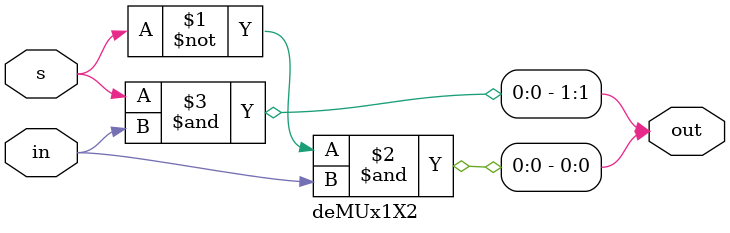
<source format=v>
`timescale 1ns / 1ps

module deMUx1X2(in,s,out);

input in,s;
output [1:0] out;

assign out[0]=~s&in;
assign out[1]=s&in;


endmodule

</source>
